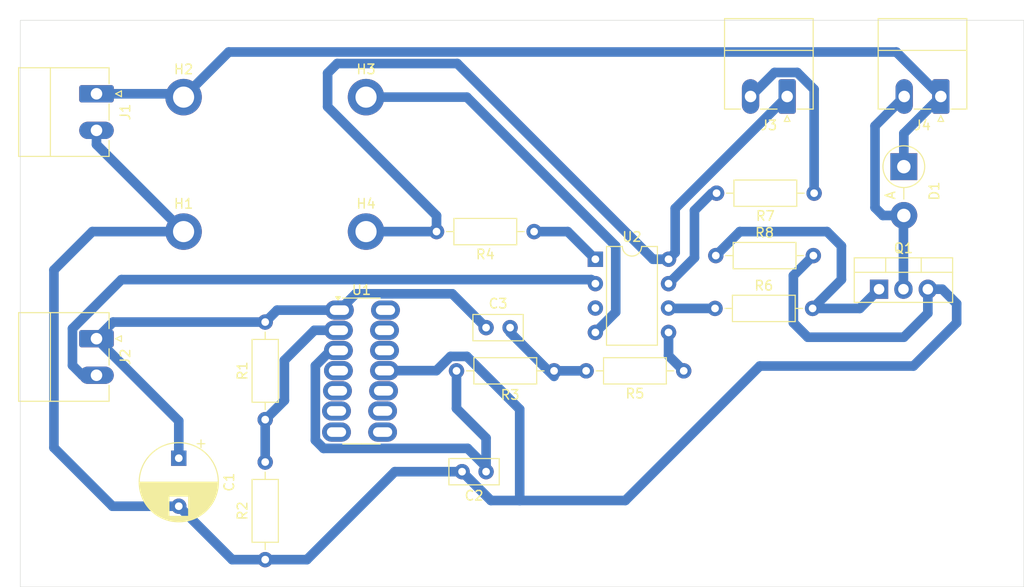
<source format=kicad_pcb>
(kicad_pcb (version 20240108) (generator "pcbnew") (generator_version "8.0")
  (layers (0 "F.Cu" signal) (31 "B.Cu" signal) (34 "B.Paste" user) (35 "F.Paste" user) (36 "B.SilkS" user "B.Silkscreen") (37 "F.SilkS" user "F.Silkscreen") (38 "B.Mask" user) (39 "F.Mask" user) (44 "Edge.Cuts" user))
  (net 0 "")
  (net 1 "Net-(D1-K)")
  (net 2 "GND")
  (net 3 "Net-(J2-Pin_1)")
  (net 4 "Net-(C3-Pad2)")
  (net 5 "Net-(D1-A)")
  (net 6 "Net-(J2-Pin_2)")
  (net 7 "Net-(J3-Pin_2)")
  (net 8 "Net-(J3-Pin_1)")
  (net 9 "Net-(Q1-G)")
  (net 10 "Net-(U2-~{RESET}{slash}PB5)")
  (net 11 "Net-(U2-AREF{slash}PB0)")
  (net 12 "Net-(U2-PB1)")
  (net 13 "Net-(U2-PB2)")
  (net 15 "Net-(U2-GND)")
  (net 16 "Net-(U1A-+)")
  (net 17 "Net-(U1A--)")
  (footprint "Package_DIP:DIP-8_W7.62mm" (layer "F.Cu") (at 137.38 91.88)
    (property "Reference" "U2" (at 3.81 -2.33 0) (layer "F.SilkS"))
    (property "Value" "ATtiny85V-10P")
    (fp_line (start 1.16 -1.33) (end 1.16 8.95) (stroke (width 0.12)) (layer "F.SilkS"))
    (fp_line (start 1.16 8.95) (end 6.46 8.95) (stroke (width 0.12)) (layer "F.SilkS"))
    (fp_line (start 2.81 -1.33) (end 1.16 -1.33) (stroke (width 0.12)) (layer "F.SilkS"))
    (fp_line (start 6.46 -1.33) (end 4.81 -1.33) (stroke (width 0.12)) (layer "F.SilkS"))
    (fp_line (start 6.46 8.95) (end 6.46 -1.33) (stroke (width 0.12)) (layer "F.SilkS"))
    (fp_arc (start 4.81 -1.33) (mid 3.81 -0.33) (end 2.81 -1.33) (stroke (width 0.12)) (layer "F.SilkS"))
    (pad "1" thru_hole rect (at 0 0) (size 1.6 1.6) (drill 0.8) (layers "*.Cu" "*.Mask") (net 10 "Net-(U2-~{RESET}{slash}PB5)"))
    (pad "2" thru_hole oval (at 0 2.54) (size 1.6 1.6) (drill 0.8) (layers "*.Cu" "*.Mask") (net 6 "Net-(J2-Pin_2)"))
    (pad "3" thru_hole oval (at 0 5.08) (size 1.6 1.6) (drill 0.8) (layers "*.Cu" "*.Mask"))
    (pad "4" thru_hole oval (at 0 7.62) (size 1.6 1.6) (drill 0.8) (layers "*.Cu" "*.Mask") (net 15 "Net-(U2-GND)"))
    (pad "5" thru_hole oval (at 7.62 7.62) (size 1.6 1.6) (drill 0.8) (layers "*.Cu" "*.Mask") (net 11 "Net-(U2-AREF{slash}PB0)"))
    (pad "6" thru_hole oval (at 7.62 5.08) (size 1.6 1.6) (drill 0.8) (layers "*.Cu" "*.Mask") (net 12 "Net-(U2-PB1)"))
    (pad "7" thru_hole oval (at 7.62 2.54) (size 1.6 1.6) (drill 0.8) (layers "*.Cu" "*.Mask") (net 13 "Net-(U2-PB2)"))
    (pad "8" thru_hole oval (at 7.62 0) (size 1.6 1.6) (drill 0.8) (layers "*.Cu" "*.Mask") (net 8 "Net-(J3-Pin_1)"))
  )
  (footprint "MountingHole:MountingHole_2.2mm_M2_DIN965_Pad" (layer "F.Cu") (at 113.5 89)
    (property "Reference" "H4" (at 0 -2.9 0) (layer "F.SilkS"))
    (property "Value" "MountingHole_Pad")
    (pad "1" thru_hole circle (at 0 0) (size 3.8 3.8) (drill 2.2) (layers "*.Cu" "*.Mask") (net 8 "Net-(J3-Pin_1)"))
  )
  (footprint "Connector_Phoenix_MC:PhoenixContact_MC_1,5_2-G-3.81_1x02_P3.81mm_Horizontal" (layer "F.Cu") (at 157.35 74.9325 180)
    (property "Reference" "J3" (at 1.9 -3 0) (layer "F.SilkS"))
    (property "Value" "Conn_01x02_Socket")
    (fp_line (start 6.52 8.11) (end 6.52 -1.31) (stroke (width 0.12)) (layer "F.SilkS"))
    (fp_line (start 6.52 -1.31) (end 4.86 -1.31) (stroke (width 0.12)) (layer "F.SilkS"))
    (fp_line (start 1.05 -1.31) (end 2.76 -1.31) (stroke (width 0.12)) (layer "F.SilkS"))
    (fp_line (start 0.3 -2.6) (end 0 -2) (stroke (width 0.12)) (layer "F.SilkS"))
    (fp_line (start 0 -2) (end -0.3 -2.6) (stroke (width 0.12)) (layer "F.SilkS"))
    (fp_line (start -0.3 -2.6) (end 0.3 -2.6) (stroke (width 0.12)) (layer "F.SilkS"))
    (fp_line (start -2.71 8.11) (end 6.52 8.11) (stroke (width 0.12)) (layer "F.SilkS"))
    (fp_line (start -2.71 4.8) (end 6.52 4.8) (stroke (width 0.12)) (layer "F.SilkS"))
    (fp_line (start -2.71 -1.31) (end -1.05 -1.31) (stroke (width 0.12)) (layer "F.SilkS"))
    (fp_line (start -2.71 -1.31) (end -2.71 8.11) (stroke (width 0.12)) (layer "F.SilkS"))
    (pad "1" thru_hole roundrect (at 0 0 180) (size 1.8 3.6) (drill 1.2) (layers "*.Cu" "*.Mask") (roundrect_rratio 0.138889) (net 8 "Net-(J3-Pin_1)"))
    (pad "2" thru_hole oval (at 3.81 0 180) (size 1.8 3.6) (drill 1.2) (layers "*.Cu" "*.Mask") (net 7 "Net-(J3-Pin_2)"))
  )
  (footprint "Diode_THT:D_5W_P5.08mm_Vertical_AnodeUp" (layer "F.Cu") (at 169.5 82.23995 -90)
    (property "Reference" "D1" (at 2.54 -3.174899 90) (layer "F.SilkS"))
    (property "Value" "D")
    (fp_line (start 2.174899 0) (end 3.38 0) (stroke (width 0.12)) (layer "F.SilkS"))
    (fp_circle (center 0 0) (end 2.174899 0) (stroke (width 0.12)) (fill none) (layer "F.SilkS"))
    (fp_text user "A" (at 2.98 1.4 90) (layer "F.SilkS"))
    (pad "1" thru_hole rect (at 0 0 270) (size 2.8 2.8) (drill 1.4) (layers "*.Cu" "*.Mask") (net 1 "Net-(D1-K)"))
    (pad "2" thru_hole oval (at 5.08 0 270) (size 2.8 2.8) (drill 1.4) (layers "*.Cu" "*.Mask") (net 5 "Net-(D1-A)"))
  )
  (footprint "Resistor_THT:R_Axial_DIN0207_L6.3mm_D2.5mm_P10.16mm_Horizontal" (layer "F.Cu") (at 103 108.58 90)
    (property "Reference" "R1" (at 5.08 -2.37 90) (layer "F.SilkS"))
    (property "Value" "10k")
    (fp_line (start 8.35 -1.37) (end 1.81 -1.37) (stroke (width 0.12)) (layer "F.SilkS"))
    (fp_line (start 1.81 -1.37) (end 1.81 1.37) (stroke (width 0.12)) (layer "F.SilkS"))
    (fp_line (start 9.12 0) (end 8.35 0) (stroke (width 0.12)) (layer "F.SilkS"))
    (fp_line (start 1.04 0) (end 1.81 0) (stroke (width 0.12)) (layer "F.SilkS"))
    (fp_line (start 8.35 1.37) (end 8.35 -1.37) (stroke (width 0.12)) (layer "F.SilkS"))
    (fp_line (start 1.81 1.37) (end 8.35 1.37) (stroke (width 0.12)) (layer "F.SilkS"))
    (pad "1" thru_hole circle (at 0 0 90) (size 1.6 1.6) (drill 0.8) (layers "*.Cu" "*.Mask") (net 17 "Net-(U1A--)"))
    (pad "2" thru_hole oval (at 10.16 0 90) (size 1.6 1.6) (drill 0.8) (layers "*.Cu" "*.Mask") (net 3 "Net-(J2-Pin_1)"))
  )
  (footprint "MountingHole:MountingHole_2.2mm_M2_DIN965_Pad" (layer "F.Cu") (at 94.5 89)
    (property "Reference" "H1" (at 0 -2.9 0) (layer "F.SilkS"))
    (property "Value" "MountingHole_Pad")
    (pad "1" thru_hole circle (at 0 0) (size 3.8 3.8) (drill 2.2) (layers "*.Cu" "*.Mask") (net 2 "GND"))
  )
  (footprint "Connector_Phoenix_MC:PhoenixContact_MC_1,5_2-G-3.81_1x02_P3.81mm_Horizontal" (layer "F.Cu") (at 85.4325 74.65 -90)
    (property "Reference" "J1" (at 1.9 -3 90) (layer "F.SilkS"))
    (property "Value" "Conn_01x02_Socket")
    (fp_line (start -2.71 8.11) (end 6.52 8.11) (stroke (width 0.12)) (layer "F.SilkS"))
    (fp_line (start 6.52 8.11) (end 6.52 -1.31) (stroke (width 0.12)) (layer "F.SilkS"))
    (fp_line (start -2.71 4.8) (end 6.52 4.8) (stroke (width 0.12)) (layer "F.SilkS"))
    (fp_line (start -2.71 -1.31) (end -2.71 8.11) (stroke (width 0.12)) (layer "F.SilkS"))
    (fp_line (start -2.71 -1.31) (end -1.05 -1.31) (stroke (width 0.12)) (layer "F.SilkS"))
    (fp_line (start 1.05 -1.31) (end 2.76 -1.31) (stroke (width 0.12)) (layer "F.SilkS"))
    (fp_line (start 6.52 -1.31) (end 4.86 -1.31) (stroke (width 0.12)) (layer "F.SilkS"))
    (fp_line (start 0 -2) (end -0.3 -2.6) (stroke (width 0.12)) (layer "F.SilkS"))
    (fp_line (start -0.3 -2.6) (end 0.3 -2.6) (stroke (width 0.12)) (layer "F.SilkS"))
    (fp_line (start 0.3 -2.6) (end 0 -2) (stroke (width 0.12)) (layer "F.SilkS"))
    (pad "1" thru_hole roundrect (at 0 0 270) (size 1.8 3.6) (drill 1.2) (layers "*.Cu" "*.Mask") (roundrect_rratio 0.138889) (net 1 "Net-(D1-K)"))
    (pad "2" thru_hole oval (at 3.81 0 270) (size 1.8 3.6) (drill 1.2) (layers "*.Cu" "*.Mask") (net 2 "GND"))
  )
  (footprint "Resistor_THT:R_Axial_DIN0207_L6.3mm_D2.5mm_P10.16mm_Horizontal" (layer "F.Cu") (at 146.58 103.5 180)
    (property "Reference" "R5" (at 5.08 -2.37 0) (layer "F.SilkS"))
    (property "Value" "10k")
    (fp_line (start 9.12 0) (end 8.35 0) (stroke (width 0.12)) (layer "F.SilkS"))
    (fp_line (start 8.35 1.37) (end 8.35 -1.37) (stroke (width 0.12)) (layer "F.SilkS"))
    (fp_line (start 8.35 -1.37) (end 1.81 -1.37) (stroke (width 0.12)) (layer "F.SilkS"))
    (fp_line (start 1.81 1.37) (end 8.35 1.37) (stroke (width 0.12)) (layer "F.SilkS"))
    (fp_line (start 1.81 -1.37) (end 1.81 1.37) (stroke (width 0.12)) (layer "F.SilkS"))
    (fp_line (start 1.04 0) (end 1.81 0) (stroke (width 0.12)) (layer "F.SilkS"))
    (pad "1" thru_hole circle (at 0 0 180) (size 1.6 1.6) (drill 0.8) (layers "*.Cu" "*.Mask") (net 11 "Net-(U2-AREF{slash}PB0)"))
    (pad "2" thru_hole oval (at 10.16 0 180) (size 1.6 1.6) (drill 0.8) (layers "*.Cu" "*.Mask") (net 4 "Net-(C3-Pad2)"))
  )
  (footprint "Package_SO:SOIC-14_3.9x8.7mm_P1.27mm" (layer "F.Cu") (at 113.025 106.6775)
    (property "Reference" "U1" (at 0 -11.6 0) (layer "F.SilkS"))
    (property "Value" "LM324A")
    (fp_line (start 0 -10.755) (end -1.95 -10.755) (stroke (width 0.12)) (layer "F.SilkS"))
    (fp_line (start 0 -10.755) (end 1.95 -10.755) (stroke (width 0.12)) (layer "F.SilkS"))
    (fp_line (start 0 4.435) (end -1.95 4.435) (stroke (width 0.12)) (layer "F.SilkS"))
    (fp_line (start 0 4.435) (end 1.95 4.435) (stroke (width 0.12)) (layer "F.SilkS"))
    (fp_poly (pts (xy -2.44 -10.57) (xy -2.68 -10.9) (xy -2.2 -10.9) (xy -2.44 -10.57)) (stroke (width 0.12)) (fill solid) (layer "F.SilkS"))
    (pad "1" thru_hole oval (at -2.3 -9.5) (size 3 2) (drill oval 2 1) (layers "*.Cu" "*.Mask") (net 3 "Net-(J2-Pin_1)"))
    (pad "2" thru_hole oval (at -2.4 -7.4) (size 3 2) (drill oval 2 1) (layers "*.Cu" "*.Mask") (net 17 "Net-(U1A--)"))
    (pad "3" thru_hole oval (at -2.4 -5.3) (size 3 2) (drill oval 2 1) (layers "*.Cu" "*.Mask") (net 16 "Net-(U1A-+)"))
    (pad "4" thru_hole oval (at -2.4 -3.2) (size 3 2) (drill oval 2 1) (layers "*.Cu" "*.Mask"))
    (pad "5" thru_hole oval (at -2.5 -1.1) (size 3 2) (drill oval 2 1) (layers "*.Cu" "*.Mask"))
    (pad "6" thru_hole oval (at -2.6 1) (size 3 2) (drill oval 2 1) (layers "*.Cu" "*.Mask"))
    (pad "7" thru_hole oval (at -2.6 3.2) (size 3 2) (drill oval 2 1) (layers "*.Cu" "*.Mask"))
    (pad "8" thru_hole oval (at 2.2 3.2) (size 3 2) (drill oval 2 1) (layers "*.Cu" "*.Mask"))
    (pad "9" thru_hole oval (at 2.2 1) (size 3 2) (drill oval 2 1) (layers "*.Cu" "*.Mask"))
    (pad "10" thru_hole oval (at 2.3 -1.1) (size 3 2) (drill oval 2 1) (layers "*.Cu" "*.Mask"))
    (pad "11" thru_hole oval (at 2.4 -3.2) (size 3 2) (drill oval 2 1) (layers "*.Cu" "*.Mask") (net 2 "GND"))
    (pad "12" thru_hole oval (at 2.4 -5.3) (size 3 2) (drill oval 2 1) (layers "*.Cu" "*.Mask"))
    (pad "13" thru_hole oval (at 2.4 -7.4) (size 3 2) (drill oval 2 1) (layers "*.Cu" "*.Mask"))
    (pad "14" thru_hole oval (at 2.5 -9.5) (size 3 2) (drill oval 2 1) (layers "*.Cu" "*.Mask"))
  )
  (footprint "Capacitor_THT:C_Disc_D5.0mm_W2.5mm_P2.50mm" (layer "F.Cu") (at 126 99)
    (property "Reference" "C3" (at 1.25 -2.5 0) (layer "F.SilkS"))
    (property "Value" "150n")
    (fp_line (start -1.37 -1.37) (end -1.37 1.37) (stroke (width 0.12)) (layer "F.SilkS"))
    (fp_line (start -1.37 -1.37) (end 3.87 -1.37) (stroke (width 0.12)) (layer "F.SilkS"))
    (fp_line (start -1.37 1.37) (end 3.87 1.37) (stroke (width 0.12)) (layer "F.SilkS"))
    (fp_line (start 3.87 -1.37) (end 3.87 1.37) (stroke (width 0.12)) (layer "F.SilkS"))
    (pad "1" thru_hole circle (at 0 0) (size 1.6 1.6) (drill 0.8) (layers "*.Cu" "*.Mask") (net 3 "Net-(J2-Pin_1)"))
    (pad "2" thru_hole circle (at 2.5 0) (size 1.6 1.6) (drill 0.8) (layers "*.Cu" "*.Mask") (net 4 "Net-(C3-Pad2)"))
  )
  (footprint "Capacitor_THT:CP_Radial_D8.0mm_P5.00mm" (layer "F.Cu") (at 94 112.597349 -90)
    (property "Reference" "C1" (at 2.5 -5.25 90) (layer "F.SilkS"))
    (property "Value" "100u")
    (fp_line (start 3.981 1.04) (end 3.981 3.805) (stroke (width 0.12)) (layer "F.SilkS"))
    (fp_line (start 4.021 1.04) (end 4.021 3.79) (stroke (width 0.12)) (layer "F.SilkS"))
    (fp_line (start 4.061 1.04) (end 4.061 3.774) (stroke (width 0.12)) (layer "F.SilkS"))
    (fp_line (start 4.101 1.04) (end 4.101 3.757) (stroke (width 0.12)) (layer "F.SilkS"))
    (fp_line (start 4.141 1.04) (end 4.141 3.74) (stroke (width 0.12)) (layer "F.SilkS"))
    (fp_line (start 4.181 1.04) (end 4.181 3.722) (stroke (width 0.12)) (layer "F.SilkS"))
    (fp_line (start 4.221 1.04) (end 4.221 3.704) (stroke (width 0.12)) (layer "F.SilkS"))
    (fp_line (start 4.261 1.04) (end 4.261 3.686) (stroke (width 0.12)) (layer "F.SilkS"))
    (fp_line (start 4.301 1.04) (end 4.301 3.666) (stroke (width 0.12)) (layer "F.SilkS"))
    (fp_line (start 4.341 1.04) (end 4.341 3.647) (stroke (width 0.12)) (layer "F.SilkS"))
    (fp_line (start 4.381 1.04) (end 4.381 3.627) (stroke (width 0.12)) (layer "F.SilkS"))
    (fp_line (start 4.421 1.04) (end 4.421 3.606) (stroke (width 0.12)) (layer "F.SilkS"))
    (fp_line (start 4.461 1.04) (end 4.461 3.584) (stroke (width 0.12)) (layer "F.SilkS"))
    (fp_line (start 4.501 1.04) (end 4.501 3.562) (stroke (width 0.12)) (layer "F.SilkS"))
    (fp_line (start 4.541 1.04) (end 4.541 3.54) (stroke (width 0.12)) (layer "F.SilkS"))
    (fp_line (start 4.581 1.04) (end 4.581 3.517) (stroke (width 0.12)) (layer "F.SilkS"))
    (fp_line (start 4.621 1.04) (end 4.621 3.493) (stroke (width 0.12)) (layer "F.SilkS"))
    (fp_line (start 4.661 1.04) (end 4.661 3.469) (stroke (width 0.12)) (layer "F.SilkS"))
    (fp_line (start 4.701 1.04) (end 4.701 3.444) (stroke (width 0.12)) (layer "F.SilkS"))
    (fp_line (start 4.741 1.04) (end 4.741 3.418) (stroke (width 0.12)) (layer "F.SilkS"))
    (fp_line (start 4.781 1.04) (end 4.781 3.392) (stroke (width 0.12)) (layer "F.SilkS"))
    (fp_line (start 4.821 1.04) (end 4.821 3.365) (stroke (width 0.12)) (layer "F.SilkS"))
    (fp_line (start 4.861 1.04) (end 4.861 3.338) (stroke (width 0.12)) (layer "F.SilkS"))
    (fp_line (start 4.901 1.04) (end 4.901 3.309) (stroke (width 0.12)) (layer "F.SilkS"))
    (fp_line (start 4.941 1.04) (end 4.941 3.28) (stroke (width 0.12)) (layer "F.SilkS"))
    (fp_line (start 4.981 1.04) (end 4.981 3.25) (stroke (width 0.12)) (layer "F.SilkS"))
    (fp_line (start 5.021 1.04) (end 5.021 3.22) (stroke (width 0.12)) (layer "F.SilkS"))
    (fp_line (start 5.061 1.04) (end 5.061 3.189) (stroke (width 0.12)) (layer "F.SilkS"))
    (fp_line (start 5.101 1.04) (end 5.101 3.156) (stroke (width 0.12)) (layer "F.SilkS"))
    (fp_line (start 5.141 1.04) (end 5.141 3.124) (stroke (width 0.12)) (layer "F.SilkS"))
    (fp_line (start 5.181 1.04) (end 5.181 3.09) (stroke (width 0.12)) (layer "F.SilkS"))
    (fp_line (start 5.221 1.04) (end 5.221 3.055) (stroke (width 0.12)) (layer "F.SilkS"))
    (fp_line (start 5.261 1.04) (end 5.261 3.019) (stroke (width 0.12)) (layer "F.SilkS"))
    (fp_line (start 5.301 1.04) (end 5.301 2.983) (stroke (width 0.12)) (layer "F.SilkS"))
    (fp_line (start 5.341 1.04) (end 5.341 2.945) (stroke (width 0.12)) (layer "F.SilkS"))
    (fp_line (start 5.381 1.04) (end 5.381 2.907) (stroke (width 0.12)) (layer "F.SilkS"))
    (fp_line (start 5.421 1.04) (end 5.421 2.867) (stroke (width 0.12)) (layer "F.SilkS"))
    (fp_line (start 5.461 1.04) (end 5.461 2.826) (stroke (width 0.12)) (layer "F.SilkS"))
    (fp_line (start 5.501 1.04) (end 5.501 2.784) (stroke (width 0.12)) (layer "F.SilkS"))
    (fp_line (start 5.541 1.04) (end 5.541 2.741) (stroke (width 0.12)) (layer "F.SilkS"))
    (fp_line (start 5.581 1.04) (end 5.581 2.697) (stroke (width 0.12)) (layer "F.SilkS"))
    (fp_line (start 5.621 1.04) (end 5.621 2.651) (stroke (width 0.12)) (layer "F.SilkS"))
    (fp_line (start 5.661 1.04) (end 5.661 2.604) (stroke (width 0.12)) (layer "F.SilkS"))
    (fp_line (start 5.701 1.04) (end 5.701 2.556) (stroke (width 0.12)) (layer "F.SilkS"))
    (fp_line (start 5.741 1.04) (end 5.741 2.505) (stroke (width 0.12)) (layer "F.SilkS"))
    (fp_line (start 5.781 1.04) (end 5.781 2.454) (stroke (width 0.12)) (layer "F.SilkS"))
    (fp_line (start 5.821 1.04) (end 5.821 2.4) (stroke (width 0.12)) (layer "F.SilkS"))
    (fp_line (start 5.861 1.04) (end 5.861 2.345) (stroke (width 0.12)) (layer "F.SilkS"))
    (fp_line (start 5.901 1.04) (end 5.901 2.287) (stroke (width 0.12)) (layer "F.SilkS"))
    (fp_line (start 5.941 1.04) (end 5.941 2.228) (stroke (width 0.12)) (layer "F.SilkS"))
    (fp_line (start 5.981 1.04) (end 5.981 2.166) (stroke (width 0.12)) (layer "F.SilkS"))
    (fp_line (start 6.021 1.04) (end 6.021 2.102) (stroke (width 0.12)) (layer "F.SilkS"))
    (fp_line (start 6.581 -0.533) (end 6.581 0.533) (stroke (width 0.12)) (layer "F.SilkS"))
    (fp_line (start 6.541 -0.768) (end 6.541 0.768) (stroke (width 0.12)) (layer "F.SilkS"))
    (fp_line (start 6.501 -0.948) (end 6.501 0.948) (stroke (width 0.12)) (layer "F.SilkS"))
    (fp_line (start 6.461 -1.098) (end 6.461 1.098) (stroke (width 0.12)) (layer "F.SilkS"))
    (fp_line (start 6.421 -1.229) (end 6.421 1.229) (stroke (width 0.12)) (layer "F.SilkS"))
    (fp_line (start 6.381 -1.346) (end 6.381 1.346) (stroke (width 0.12)) (layer "F.SilkS"))
    (fp_line (start 6.341 -1.453) (end 6.341 1.453) (stroke (width 0.12)) (layer "F.SilkS"))
    (fp_line (start 6.301 -1.552) (end 6.301 1.552) (stroke (width 0.12)) (layer "F.SilkS"))
    (fp_line (start 6.261 -1.645) (end 6.261 1.645) (stroke (width 0.12)) (layer "F.SilkS"))
    (fp_line (start 6.221 -1.731) (end 6.221 1.731) (stroke (width 0.12)) (layer "F.SilkS"))
    (fp_line (start 6.181 -1.813) (end 6.181 1.813) (stroke (width 0.12)) (layer "F.SilkS"))
    (fp_line (start 6.141 -1.89) (end 6.141 1.89) (stroke (width 0.12)) (layer "F.SilkS"))
    (fp_line (start 6.101 -1.964) (end 6.101 1.964) (stroke (width 0.12)) (layer "F.SilkS"))
    (fp_line (start 6.061 -2.034) (end 6.061 2.034) (stroke (width 0.12)) (layer "F.SilkS"))
    (fp_line (start 6.021 -2.102) (end 6.021 -1.04) (stroke (width 0.12)) (layer "F.SilkS"))
    (fp_line (start 5.981 -2.166) (end 5.981 -1.04) (stroke (width 0.12)) (layer "F.SilkS"))
    (fp_line (start 5.941 -2.228) (end 5.941 -1.04) (stroke (width 0.12)) (layer "F.SilkS"))
    (fp_line (start 5.901 -2.287) (end 5.901 -1.04) (stroke (width 0.12)) (layer "F.SilkS"))
    (fp_line (start -1.909698 -2.315) (end -1.109698 -2.315) (stroke (width 0.12)) (layer "F.SilkS"))
    (fp_line (start 5.861 -2.345) (end 5.861 -1.04) (stroke (width 0.12)) (layer "F.SilkS"))
    (fp_line (start 5.821 -2.4) (end 5.821 -1.04) (stroke (width 0.12)) (layer "F.SilkS"))
    (fp_line (start 5.781 -2.454) (end 5.781 -1.04) (stroke (width 0.12)) (layer "F.SilkS"))
    (fp_line (start 5.741 -2.505) (end 5.741 -1.04) (stroke (width 0.12)) (layer "F.SilkS"))
    (fp_line (start 5.701 -2.556) (end 5.701 -1.04) (stroke (width 0.12)) (layer "F.SilkS"))
    (fp_line (start 5.661 -2.604) (end 5.661 -1.04) (stroke (width 0.12)) (layer "F.SilkS"))
    (fp_line (start 5.621 -2.651) (end 5.621 -1.04) (stroke (width 0.12)) (layer "F.SilkS"))
    (fp_line (start 5.581 -2.697) (end 5.581 -1.04) (stroke (width 0.12)) (layer "F.SilkS"))
    (fp_line (start -1.509698 -2.715) (end -1.509698 -1.915) (stroke (width 0.12)) (layer "F.SilkS"))
    (fp_line (start 5.541 -2.741) (end 5.541 -1.04) (stroke (width 0.12)) (layer "F.SilkS"))
    (fp_line (start 5.501 -2.784) (end 5.501 -1.04) (stroke (width 0.12)) (layer "F.SilkS"))
    (fp_line (start 5.461 -2.826) (end 5.461 -1.04) (stroke (width 0.12)) (layer "F.SilkS"))
    (fp_line (start 5.421 -2.867) (end 5.421 -1.04) (stroke (width 0.12)) (layer "F.SilkS"))
    (fp_line (start 5.381 -2.907) (end 5.381 -1.04) (stroke (width 0.12)) (layer "F.SilkS"))
    (fp_line (start 5.341 -2.945) (end 5.341 -1.04) (stroke (width 0.12)) (layer "F.SilkS"))
    (fp_line (start 5.301 -2.983) (end 5.301 -1.04) (stroke (width 0.12)) (layer "F.SilkS"))
    (fp_line (start 5.261 -3.019) (end 5.261 -1.04) (stroke (width 0.12)) (layer "F.SilkS"))
    (fp_line (start 5.221 -3.055) (end 5.221 -1.04) (stroke (width 0.12)) (layer "F.SilkS"))
    (fp_line (start 5.181 -3.09) (end 5.181 -1.04) (stroke (width 0.12)) (layer "F.SilkS"))
    (fp_line (start 5.141 -3.124) (end 5.141 -1.04) (stroke (width 0.12)) (layer "F.SilkS"))
    (fp_line (start 5.101 -3.156) (end 5.101 -1.04) (stroke (width 0.12)) (layer "F.SilkS"))
    (fp_line (start 5.061 -3.189) (end 5.061 -1.04) (stroke (width 0.12)) (layer "F.SilkS"))
    (fp_line (start 5.021 -3.22) (end 5.021 -1.04) (stroke (width 0.12)) (layer "F.SilkS"))
    (fp_line (start 4.981 -3.25) (end 4.981 -1.04) (stroke (width 0.12)) (layer "F.SilkS"))
    (fp_line (start 4.941 -3.28) (end 4.941 -1.04) (stroke (width 0.12)) (layer "F.SilkS"))
    (fp_line (start 4.901 -3.309) (end 4.901 -1.04) (stroke (width 0.12)) (layer "F.SilkS"))
    (fp_line (start 4.861 -3.338) (end 4.861 -1.04) (stroke (width 0.12)) (layer "F.SilkS"))
    (fp_line (start 4.821 -3.365) (end 4.821 -1.04) (stroke (width 0.12)) (layer "F.SilkS"))
    (fp_line (start 4.781 -3.392) (end 4.781 -1.04) (stroke (width 0.12)) (layer "F.SilkS"))
    (fp_line (start 4.741 -3.418) (end 4.741 -1.04) (stroke (width 0.12)) (layer "F.SilkS"))
    (fp_line (start 4.701 -3.444) (end 4.701 -1.04) (stroke (width 0.12)) (layer "F.SilkS"))
    (fp_line (start 4.661 -3.469) (end 4.661 -1.04) (stroke (width 0.12)) (layer "F.SilkS"))
    (fp_line (start 4.621 -3.493) (end 4.621 -1.04) (stroke (width 0.12)) (layer "F.SilkS"))
    (fp_line (start 4.581 -3.517) (end 4.581 -1.04) (stroke (width 0.12)) (layer "F.SilkS"))
    (fp_line (start 4.541 -3.54) (end 4.541 -1.04) (stroke (width 0.12)) (layer "F.SilkS"))
    (fp_line (start 4.501 -3.562) (end 4.501 -1.04) (stroke (width 0.12)) (layer "F.SilkS"))
    (fp_line (start 4.461 -3.584) (end 4.461 -1.04) (stroke (width 0.12)) (layer "F.SilkS"))
    (fp_line (start 4.421 -3.606) (end 4.421 -1.04) (stroke (width 0.12)) (layer "F.SilkS"))
    (fp_line (start 4.381 -3.627) (end 4.381 -1.04) (stroke (width 0.12)) (layer "F.SilkS"))
    (fp_line (start 4.341 -3.647) (end 4.341 -1.04) (stroke (width 0.12)) (layer "F.SilkS"))
    (fp_line (start 4.301 -3.666) (end 4.301 -1.04) (stroke (width 0.12)) (layer "F.SilkS"))
    (fp_line (start 4.261 -3.686) (end 4.261 -1.04) (stroke (width 0.12)) (layer "F.SilkS"))
    (fp_line (start 4.221 -3.704) (end 4.221 -1.04) (stroke (width 0.12)) (layer "F.SilkS"))
    (fp_line (start 4.181 -3.722) (end 4.181 -1.04) (stroke (width 0.12)) (layer "F.SilkS"))
    (fp_line (start 4.141 -3.74) (end 4.141 -1.04) (stroke (width 0.12)) (layer "F.SilkS"))
    (fp_line (start 4.101 -3.757) (end 4.101 -1.04) (stroke (width 0.12)) (layer "F.SilkS"))
    (fp_line (start 4.061 -3.774) (end 4.061 -1.04) (stroke (width 0.12)) (layer "F.SilkS"))
    (fp_line (start 4.021 -3.79) (end 4.021 -1.04) (stroke (width 0.12)) (layer "F.SilkS"))
    (fp_line (start 3.981 -3.805) (end 3.981 -1.04) (stroke (width 0.12)) (layer "F.SilkS"))
    (fp_line (start 3.941 -3.821) (end 3.941 3.821) (stroke (width 0.12)) (layer "F.SilkS"))
    (fp_line (start 3.901 -3.835) (end 3.901 3.835) (stroke (width 0.12)) (layer "F.SilkS"))
    (fp_line (start 3.861 -3.85) (end 3.861 3.85) (stroke (width 0.12)) (layer "F.SilkS"))
    (fp_line (start 3.821 -3.863) (end 3.821 3.863) (stroke (width 0.12)) (layer "F.SilkS"))
    (fp_line (start 3.781 -3.877) (end 3.781 3.877) (stroke (width 0.12)) (layer "F.SilkS"))
    (fp_line (start 3.741 -3.889) (end 3.741 3.889) (stroke (width 0.12)) (layer "F.SilkS"))
    (fp_line (start 3.701 -3.902) (end 3.701 3.902) (stroke (width 0.12)) (layer "F.SilkS"))
    (fp_line (start 3.661 -3.914) (end 3.661 3.914) (stroke (width 0.12)) (layer "F.SilkS"))
    (fp_line (start 3.621 -3.925) (end 3.621 3.925) (stroke (width 0.12)) (layer "F.SilkS"))
    (fp_line (start 3.581 -3.936) (end 3.581 3.936) (stroke (width 0.12)) (layer "F.SilkS"))
    (fp_line (start 3.541 -3.947) (end 3.541 3.947) (stroke (width 0.12)) (layer "F.SilkS"))
    (fp_line (start 3.501 -3.957) (end 3.501 3.957) (stroke (width 0.12)) (layer "F.SilkS"))
    (fp_line (start 3.461 -3.967) (end 3.461 3.967) (stroke (width 0.12)) (layer "F.SilkS"))
    (fp_line (start 3.421 -3.976) (end 3.421 3.976) (stroke (width 0.12)) (layer "F.SilkS"))
    (fp_line (start 3.381 -3.985) (end 3.381 3.985) (stroke (width 0.12)) (layer "F.SilkS"))
    (fp_line (start 3.341 -3.994) (end 3.341 3.994) (stroke (width 0.12)) (layer "F.SilkS"))
    (fp_line (start 3.301 -4.002) (end 3.301 4.002) (stroke (width 0.12)) (layer "F.SilkS"))
    (fp_line (start 3.261 -4.01) (end 3.261 4.01) (stroke (width 0.12)) (layer "F.SilkS"))
    (fp_line (start 3.221 -4.017) (end 3.221 4.017) (stroke (width 0.12)) (layer "F.SilkS"))
    (fp_line (start 3.18 -4.024) (end 3.18 4.024) (stroke (width 0.12)) (layer "F.SilkS"))
    (fp_line (start 3.14 -4.03) (end 3.14 4.03) (stroke (width 0.12)) (layer "F.SilkS"))
    (fp_line (start 3.1 -4.037) (end 3.1 4.037) (stroke (width 0.12)) (layer "F.SilkS"))
    (fp_line (start 3.06 -4.042) (end 3.06 4.042) (stroke (width 0.12)) (layer "F.SilkS"))
    (fp_line (start 3.02 -4.048) (end 3.02 4.048) (stroke (width 0.12)) (layer "F.SilkS"))
    (fp_line (start 2.98 -4.052) (end 2.98 4.052) (stroke (width 0.12)) (layer "F.SilkS"))
    (fp_line (start 2.94 -4.057) (end 2.94 4.057) (stroke (width 0.12)) (layer "F.SilkS"))
    (fp_line (start 2.9 -4.061) (end 2.9 4.061) (stroke (width 0.12)) (layer "F.SilkS"))
    (fp_line (start 2.86 -4.065) (end 2.86 4.065) (stroke (width 0.12)) (layer "F.SilkS"))
    (fp_line (start 2.82 -4.068) (end 2.82 4.068) (stroke (width 0.12)) (layer "F.SilkS"))
    (fp_line (start 2.78 -4.071) (end 2.78 4.071) (stroke (width 0.12)) (layer "F.SilkS"))
    (fp_line (start 2.74 -4.074) (end 2.74 4.074) (stroke (width 0.12)) (layer "F.SilkS"))
    (fp_line (start 2.7 -4.076) (end 2.7 4.076) (stroke (width 0.12)) (layer "F.SilkS"))
    (fp_line (start 2.66 -4.077) (end 2.66 4.077) (stroke (width 0.12)) (layer "F.SilkS"))
    (fp_line (start 2.62 -4.079) (end 2.62 4.079) (stroke (width 0.12)) (layer "F.SilkS"))
    (fp_line (start 2.5 -4.08) (end 2.5 4.08) (stroke (width 0.12)) (layer "F.SilkS"))
    (fp_line (start 2.54 -4.08) (end 2.54 4.08) (stroke (width 0.12)) (layer "F.SilkS"))
    (fp_line (start 2.58 -4.08) (end 2.58 4.08) (stroke (width 0.12)) (layer "F.SilkS"))
    (fp_circle (center 2.5 0) (end 6.62 0) (stroke (width 0.12)) (fill none) (layer "F.SilkS"))
    (pad "1" thru_hole rect (at 0 0 270) (size 1.6 1.6) (drill 0.8) (layers "*.Cu" "*.Mask") (net 3 "Net-(J2-Pin_1)"))
    (pad "2" thru_hole circle (at 5 0 270) (size 1.6 1.6) (drill 0.8) (layers "*.Cu" "*.Mask") (net 2 "GND"))
  )
  (footprint "Resistor_THT:R_Axial_DIN0207_L6.3mm_D2.5mm_P10.16mm_Horizontal" (layer "F.Cu") (at 149.92 91.5)
    (property "Reference" "R8" (at 5.08 -2.37 0) (layer "F.SilkS"))
    (property "Value" "10k")
    (fp_line (start 1.04 0) (end 1.81 0) (stroke (width 0.12)) (layer "F.SilkS"))
    (fp_line (start 1.81 -1.37) (end 1.81 1.37) (stroke (width 0.12)) (layer "F.SilkS"))
    (fp_line (start 1.81 1.37) (end 8.35 1.37) (stroke (width 0.12)) (layer "F.SilkS"))
    (fp_line (start 8.35 -1.37) (end 1.81 -1.37) (stroke (width 0.12)) (layer "F.SilkS"))
    (fp_line (start 8.35 1.37) (end 8.35 -1.37) (stroke (width 0.12)) (layer "F.SilkS"))
    (fp_line (start 9.12 0) (end 8.35 0) (stroke (width 0.12)) (layer "F.SilkS"))
    (pad "1" thru_hole circle (at 0 0) (size 1.6 1.6) (drill 0.8) (layers "*.Cu" "*.Mask") (net 9 "Net-(Q1-G)"))
    (pad "2" thru_hole oval (at 10.16 0) (size 1.6 1.6) (drill 0.8) (layers "*.Cu" "*.Mask") (net 2 "GND"))
  )
  (footprint "Connector_Phoenix_MC:PhoenixContact_MC_1,5_2-G-3.81_1x02_P3.81mm_Horizontal" (layer "F.Cu") (at 173.35 74.9325 180)
    (property "Reference" "J4" (at 1.9 -3 0) (layer "F.SilkS"))
    (property "Value" "Conn_01x02_Socket")
    (fp_line (start 6.52 8.11) (end 6.52 -1.31) (stroke (width 0.12)) (layer "F.SilkS"))
    (fp_line (start 6.52 -1.31) (end 4.86 -1.31) (stroke (width 0.12)) (layer "F.SilkS"))
    (fp_line (start 1.05 -1.31) (end 2.76 -1.31) (stroke (width 0.12)) (layer "F.SilkS"))
    (fp_line (start 0.3 -2.6) (end 0 -2) (stroke (width 0.12)) (layer "F.SilkS"))
    (fp_line (start 0 -2) (end -0.3 -2.6) (stroke (width 0.12)) (layer "F.SilkS"))
    (fp_line (start -0.3 -2.6) (end 0.3 -2.6) (stroke (width 0.12)) (layer "F.SilkS"))
    (fp_line (start -2.71 8.11) (end 6.52 8.11) (stroke (width 0.12)) (layer "F.SilkS"))
    (fp_line (start -2.71 4.8) (end 6.52 4.8) (stroke (width 0.12)) (layer "F.SilkS"))
    (fp_line (start -2.71 -1.31) (end -1.05 -1.31) (stroke (width 0.12)) (layer "F.SilkS"))
    (fp_line (start -2.71 -1.31) (end -2.71 8.11) (stroke (width 0.12)) (layer "F.SilkS"))
    (pad "1" thru_hole roundrect (at 0 0 180) (size 1.8 3.6) (drill 1.2) (layers "*.Cu" "*.Mask") (roundrect_rratio 0.138889) (net 1 "Net-(D1-K)"))
    (pad "2" thru_hole oval (at 3.81 0 180) (size 1.8 3.6) (drill 1.2) (layers "*.Cu" "*.Mask") (net 5 "Net-(D1-A)"))
  )
  (footprint "Resistor_THT:R_Axial_DIN0207_L6.3mm_D2.5mm_P10.16mm_Horizontal" (layer "F.Cu") (at 133.08 103.5 180)
    (property "Reference" "R3" (at 4.58 -2.5 0) (layer "F.SilkS"))
    (property "Value" "10k")
    (fp_line (start 9.12 0) (end 8.35 0) (stroke (width 0.12)) (layer "F.SilkS"))
    (fp_line (start 8.35 1.37) (end 8.35 -1.37) (stroke (width 0.12)) (layer "F.SilkS"))
    (fp_line (start 8.35 -1.37) (end 1.81 -1.37) (stroke (width 0.12)) (layer "F.SilkS"))
    (fp_line (start 1.81 1.37) (end 8.35 1.37) (stroke (width 0.12)) (layer "F.SilkS"))
    (fp_line (start 1.81 -1.37) (end 1.81 1.37) (stroke (width 0.12)) (layer "F.SilkS"))
    (fp_line (start 1.04 0) (end 1.81 0) (stroke (width 0.12)) (layer "F.SilkS"))
    (pad "1" thru_hole circle (at 0 0 180) (size 1.6 1.6) (drill 0.8) (layers "*.Cu" "*.Mask") (net 4 "Net-(C3-Pad2)"))
    (pad "2" thru_hole oval (at 10.16 0 180) (size 1.6 1.6) (drill 0.8) (layers "*.Cu" "*.Mask") (net 16 "Net-(U1A-+)"))
  )
  (footprint "Capacitor_THT:C_Disc_D5.0mm_W2.5mm_P2.50mm" (layer "F.Cu") (at 126 114 180)
    (property "Reference" "C2" (at 1.25 -2.5 0) (layer "F.SilkS"))
    (property "Value" "150n")
    (fp_line (start 3.87 -1.37) (end 3.87 1.37) (stroke (width 0.12)) (layer "F.SilkS"))
    (fp_line (start -1.37 1.37) (end 3.87 1.37) (stroke (width 0.12)) (layer "F.SilkS"))
    (fp_line (start -1.37 -1.37) (end 3.87 -1.37) (stroke (width 0.12)) (layer "F.SilkS"))
    (fp_line (start -1.37 -1.37) (end -1.37 1.37) (stroke (width 0.12)) (layer "F.SilkS"))
    (pad "1" thru_hole circle (at 0 0 180) (size 1.6 1.6) (drill 0.8) (layers "*.Cu" "*.Mask") (net 16 "Net-(U1A-+)"))
    (pad "2" thru_hole circle (at 2.5 0 180) (size 1.6 1.6) (drill 0.8) (layers "*.Cu" "*.Mask") (net 2 "GND"))
  )
  (footprint "Package_TO_SOT_THT:TO-220-3_Vertical" (layer "F.Cu") (at 166.92 95)
    (property "Reference" "Q1" (at 2.54 -4.27 0) (layer "F.SilkS"))
    (property "Value" "IRF540N")
    (fp_line (start -2.58 -3.27) (end -2.58 1.371) (stroke (width 0.12)) (layer "F.SilkS"))
    (fp_line (start -2.58 -3.27) (end 7.66 -3.27) (stroke (width 0.12)) (layer "F.SilkS"))
    (fp_line (start -2.58 -1.76) (end 7.66 -1.76) (stroke (width 0.12)) (layer "F.SilkS"))
    (fp_line (start -2.58 1.371) (end 7.66 1.371) (stroke (width 0.12)) (layer "F.SilkS"))
    (fp_line (start 0.69 -3.27) (end 0.69 -1.76) (stroke (width 0.12)) (layer "F.SilkS"))
    (fp_line (start 4.391 -3.27) (end 4.391 -1.76) (stroke (width 0.12)) (layer "F.SilkS"))
    (fp_line (start 7.66 -3.27) (end 7.66 1.371) (stroke (width 0.12)) (layer "F.SilkS"))
    (pad "1" thru_hole rect (at 0 0) (size 1.905 2) (drill 1.1) (layers "*.Cu" "*.Mask") (net 9 "Net-(Q1-G)"))
    (pad "2" thru_hole oval (at 2.54 0) (size 1.905 2) (drill 1.1) (layers "*.Cu" "*.Mask") (net 5 "Net-(D1-A)"))
    (pad "3" thru_hole oval (at 5.08 0) (size 1.905 2) (drill 1.1) (layers "*.Cu" "*.Mask") (net 2 "GND"))
  )
  (footprint "MountingHole:MountingHole_2.2mm_M2_DIN965_Pad" (layer "F.Cu") (at 94.5 75)
    (property "Reference" "H2" (at 0 -2.9 0) (layer "F.SilkS"))
    (property "Value" "MountingHole_Pad")
    (pad "1" thru_hole circle (at 0 0) (size 3.8 3.8) (drill 2.2) (layers "*.Cu" "*.Mask") (net 1 "Net-(D1-K)"))
  )
  (footprint "Resistor_THT:R_Axial_DIN0207_L6.3mm_D2.5mm_P10.16mm_Horizontal" (layer "F.Cu") (at 103 123.16 90)
    (property "Reference" "R2" (at 5.08 -2.37 90) (layer "F.SilkS"))
    (property "Value" "10k")
    (fp_line (start 8.35 -1.37) (end 1.81 -1.37) (stroke (width 0.12)) (layer "F.SilkS"))
    (fp_line (start 1.81 -1.37) (end 1.81 1.37) (stroke (width 0.12)) (layer "F.SilkS"))
    (fp_line (start 9.12 0) (end 8.35 0) (stroke (width 0.12)) (layer "F.SilkS"))
    (fp_line (start 1.04 0) (end 1.81 0) (stroke (width 0.12)) (layer "F.SilkS"))
    (fp_line (start 8.35 1.37) (end 8.35 -1.37) (stroke (width 0.12)) (layer "F.SilkS"))
    (fp_line (start 1.81 1.37) (end 8.35 1.37) (stroke (width 0.12)) (layer "F.SilkS"))
    (pad "1" thru_hole circle (at 0 0 90) (size 1.6 1.6) (drill 0.8) (layers "*.Cu" "*.Mask") (net 2 "GND"))
    (pad "2" thru_hole oval (at 10.16 0 90) (size 1.6 1.6) (drill 0.8) (layers "*.Cu" "*.Mask") (net 17 "Net-(U1A--)"))
  )
  (footprint "Resistor_THT:R_Axial_DIN0207_L6.3mm_D2.5mm_P10.16mm_Horizontal" (layer "F.Cu") (at 149.84 97)
    (property "Reference" "R6" (at 5.08 -2.37 0) (layer "F.SilkS"))
    (property "Value" "22")
    (fp_line (start 1.04 0) (end 1.81 0) (stroke (width 0.12)) (layer "F.SilkS"))
    (fp_line (start 1.81 -1.37) (end 1.81 1.37) (stroke (width 0.12)) (layer "F.SilkS"))
    (fp_line (start 1.81 1.37) (end 8.35 1.37) (stroke (width 0.12)) (layer "F.SilkS"))
    (fp_line (start 8.35 -1.37) (end 1.81 -1.37) (stroke (width 0.12)) (layer "F.SilkS"))
    (fp_line (start 8.35 1.37) (end 8.35 -1.37) (stroke (width 0.12)) (layer "F.SilkS"))
    (fp_line (start 9.12 0) (end 8.35 0) (stroke (width 0.12)) (layer "F.SilkS"))
    (pad "1" thru_hole circle (at 0 0) (size 1.6 1.6) (drill 0.8) (layers "*.Cu" "*.Mask") (net 12 "Net-(U2-PB1)"))
    (pad "2" thru_hole oval (at 10.16 0) (size 1.6 1.6) (drill 0.8) (layers "*.Cu" "*.Mask") (net 9 "Net-(Q1-G)"))
  )
  (footprint "Resistor_THT:R_Axial_DIN0207_L6.3mm_D2.5mm_P10.16mm_Horizontal" (layer "F.Cu") (at 131 89 180)
    (property "Reference" "R4" (at 5.08 -2.37 0) (layer "F.SilkS"))
    (property "Value" "10k")
    (fp_line (start 9.12 0) (end 8.35 0) (stroke (width 0.12)) (layer "F.SilkS"))
    (fp_line (start 8.35 1.37) (end 8.35 -1.37) (stroke (width 0.12)) (layer "F.SilkS"))
    (fp_line (start 8.35 -1.37) (end 1.81 -1.37) (stroke (width 0.12)) (layer "F.SilkS"))
    (fp_line (start 1.81 1.37) (end 8.35 1.37) (stroke (width 0.12)) (layer "F.SilkS"))
    (fp_line (start 1.81 -1.37) (end 1.81 1.37) (stroke (width 0.12)) (layer "F.SilkS"))
    (fp_line (start 1.04 0) (end 1.81 0) (stroke (width 0.12)) (layer "F.SilkS"))
    (pad "1" thru_hole circle (at 0 0 180) (size 1.6 1.6) (drill 0.8) (layers "*.Cu" "*.Mask") (net 10 "Net-(U2-~{RESET}{slash}PB5)"))
    (pad "2" thru_hole oval (at 10.16 0 180) (size 1.6 1.6) (drill 0.8) (layers "*.Cu" "*.Mask") (net 8 "Net-(J3-Pin_1)"))
  )
  (footprint "MountingHole:MountingHole_2.2mm_M2_DIN965_Pad" (layer "F.Cu") (at 113.5 75)
    (property "Reference" "H3" (at 0 -2.9 0) (layer "F.SilkS"))
    (property "Value" "MountingHole_Pad")
    (pad "1" thru_hole circle (at 0 0) (size 3.8 3.8) (drill 2.2) (layers "*.Cu" "*.Mask") (net 15 "Net-(U2-GND)"))
  )
  (footprint "Resistor_THT:R_Axial_DIN0207_L6.3mm_D2.5mm_P10.16mm_Horizontal" (layer "F.Cu") (at 160.16 85 180)
    (property "Reference" "R7" (at 5.08 -2.37 0) (layer "F.SilkS"))
    (property "Value" "1k")
    (fp_line (start 9.12 0) (end 8.35 0) (stroke (width 0.12)) (layer "F.SilkS"))
    (fp_line (start 8.35 1.37) (end 8.35 -1.37) (stroke (width 0.12)) (layer "F.SilkS"))
    (fp_line (start 8.35 -1.37) (end 1.81 -1.37) (stroke (width 0.12)) (layer "F.SilkS"))
    (fp_line (start 1.81 1.37) (end 8.35 1.37) (stroke (width 0.12)) (layer "F.SilkS"))
    (fp_line (start 1.81 -1.37) (end 1.81 1.37) (stroke (width 0.12)) (layer "F.SilkS"))
    (fp_line (start 1.04 0) (end 1.81 0) (stroke (width 0.12)) (layer "F.SilkS"))
    (pad "1" thru_hole circle (at 0 0 180) (size 1.6 1.6) (drill 0.8) (layers "*.Cu" "*.Mask") (net 7 "Net-(J3-Pin_2)"))
    (pad "2" thru_hole oval (at 10.16 0 180) (size 1.6 1.6) (drill 0.8) (layers "*.Cu" "*.Mask") (net 13 "Net-(U2-PB2)"))
  )
  (footprint "Connector_Phoenix_MC:PhoenixContact_MC_1,5_2-G-3.81_1x02_P3.81mm_Horizontal" (layer "F.Cu") (at 85.4325 100.15 -90)
    (property "Reference" "J2" (at 1.9 -3 90) (layer "F.SilkS"))
    (property "Value" "Conn_01x02_Socket")
    (fp_line (start -2.71 8.11) (end 6.52 8.11) (stroke (width 0.12)) (layer "F.SilkS"))
    (fp_line (start 6.52 8.11) (end 6.52 -1.31) (stroke (width 0.12)) (layer "F.SilkS"))
    (fp_line (start -2.71 4.8) (end 6.52 4.8) (stroke (width 0.12)) (layer "F.SilkS"))
    (fp_line (start -2.71 -1.31) (end -2.71 8.11) (stroke (width 0.12)) (layer "F.SilkS"))
    (fp_line (start -2.71 -1.31) (end -1.05 -1.31) (stroke (width 0.12)) (layer "F.SilkS"))
    (fp_line (start 1.05 -1.31) (end 2.76 -1.31) (stroke (width 0.12)) (layer "F.SilkS"))
    (fp_line (start 6.52 -1.31) (end 4.86 -1.31) (stroke (width 0.12)) (layer "F.SilkS"))
    (fp_line (start 0 -2) (end -0.3 -2.6) (stroke (width 0.12)) (layer "F.SilkS"))
    (fp_line (start -0.3 -2.6) (end 0.3 -2.6) (stroke (width 0.12)) (layer "F.SilkS"))
    (fp_line (start 0.3 -2.6) (end 0 -2) (stroke (width 0.12)) (layer "F.SilkS"))
    (pad "1" thru_hole roundrect (at 0 0 270) (size 1.8 3.6) (drill 1.2) (layers "*.Cu" "*.Mask") (roundrect_rratio 0.138889) (net 3 "Net-(J2-Pin_1)"))
    (pad "2" thru_hole oval (at 3.81 0 270) (size 1.8 3.6) (drill 1.2) (layers "*.Cu" "*.Mask") (net 6 "Net-(J2-Pin_2)"))
  )
  (gr_rect (start 77.5 67) (end 182 126) (stroke (width 0.05)) (fill none) (layer "Edge.Cuts"))
  (segment (start 168.7175 70.3) (end 99.2 70.3) (width 1) (layer "B.Cu") (net 1))
  (segment (start 169.5 82.23995) (end 169.5 78.7825) (width 1) (layer "B.Cu") (net 1))
  (segment (start 85.4325 74.65) (end 94.15 74.65) (width 1) (layer "B.Cu") (net 1))
  (segment (start 173.35 74.9325) (end 168.7175 70.3) (width 1) (layer "B.Cu") (net 1))
  (segment (start 94.15 74.65) (end 94.5 75) (width 1) (layer "B.Cu") (net 1))
  (segment (start 169.5 78.7825) (end 173.35 74.9325) (width 1) (layer "B.Cu") (net 1))
  (segment (start 99.2 70.3) (end 94.5 75) (width 1) (layer "B.Cu") (net 1))
  (segment (start 126.5 117) (end 123.5 114) (width 1) (layer "B.Cu") (net 2))
  (segment (start 173.5 95) (end 175 96.5) (width 1) (layer "B.Cu") (net 2))
  (segment (start 122.298679 102) (end 124 102) (width 1) (layer "B.Cu") (net 2))
  (segment (start 129.5 117) (end 126.5 117) (width 1) (layer "B.Cu") (net 2))
  (segment (start 120.821179 103.4775) (end 122.298679 102) (width 1) (layer "B.Cu") (net 2))
  (segment (start 158 98.5) (end 159.5 100) (width 1) (layer "B.Cu") (net 2))
  (segment (start 124 102) (end 129.5 107.5) (width 1) (layer "B.Cu") (net 2))
  (segment (start 170.5 103) (end 154.5 103) (width 1) (layer "B.Cu") (net 2))
  (segment (start 107.34 123.16) (end 116.5 114) (width 1) (layer "B.Cu") (net 2))
  (segment (start 172 97.5) (end 172 95) (width 1) (layer "B.Cu") (net 2))
  (segment (start 87.097349 117.597349) (end 94 117.597349) (width 1) (layer "B.Cu") (net 2))
  (segment (start 85.4325 79.9325) (end 94.5 89) (width 1) (layer "B.Cu") (net 2))
  (segment (start 158 93.58) (end 158 98.5) (width 1) (layer "B.Cu") (net 2))
  (segment (start 107.34 123.16) (end 103 123.16) (width 1) (layer "B.Cu") (net 2))
  (segment (start 159.5 100) (end 169.5 100) (width 1) (layer "B.Cu") (net 2))
  (segment (start 175 96.5) (end 175 98.5) (width 1) (layer "B.Cu") (net 2))
  (segment (start 81 93) (end 81 111.5) (width 1) (layer "B.Cu") (net 2))
  (segment (start 81 111.5) (end 87.097349 117.597349) (width 1) (layer "B.Cu") (net 2))
  (segment (start 140.5 117) (end 129.5 117) (width 1) (layer "B.Cu") (net 2))
  (segment (start 169.5 100) (end 172 97.5) (width 1) (layer "B.Cu") (net 2))
  (segment (start 85 89) (end 81 93) (width 1) (layer "B.Cu") (net 2))
  (segment (start 85.4325 78.46) (end 85.4325 79.9325) (width 1) (layer "B.Cu") (net 2))
  (segment (start 103 123.16) (end 99.562651 123.16) (width 1) (layer "B.Cu") (net 2))
  (segment (start 154.5 103) (end 140.5 117) (width 1) (layer "B.Cu") (net 2))
  (segment (start 129.5 107.5) (end 129.5 117) (width 1) (layer "B.Cu") (net 2))
  (segment (start 160.08 91.5) (end 158 93.58) (width 1) (layer "B.Cu") (net 2))
  (segment (start 94.5 89) (end 85 89) (width 1) (layer "B.Cu") (net 2))
  (segment (start 175 98.5) (end 170.5 103) (width 1) (layer "B.Cu") (net 2))
  (segment (start 116.5 114) (end 123.5 114) (width 1) (layer "B.Cu") (net 2))
  (segment (start 115.425 103.4775) (end 120.821179 103.4775) (width 1) (layer "B.Cu") (net 2))
  (segment (start 172 95) (end 173.5 95) (width 1) (layer "B.Cu") (net 2))
  (segment (start 99.562651 123.16) (end 94 117.597349) (width 1) (layer "B.Cu") (net 2))
  (segment (start 103 98.42) (end 87.1625 98.42) (width 1) (layer "B.Cu") (net 3))
  (segment (start 122.4775 95.4775) (end 112.425 95.4775) (width 1) (layer "B.Cu") (net 3))
  (segment (start 104.2425 97.1775) (end 110.725 97.1775) (width 1) (layer "B.Cu") (net 3))
  (segment (start 103 98.42) (end 104.2425 97.1775) (width 1) (layer "B.Cu") (net 3))
  (segment (start 87.1625 98.42) (end 85.4325 100.15) (width 1) (layer "B.Cu") (net 3))
  (segment (start 112.425 95.4775) (end 110.725 97.1775) (width 1) (layer "B.Cu") (net 3))
  (segment (start 94 112.597349) (end 94 108.7175) (width 1) (layer "B.Cu") (net 3))
  (segment (start 94 108.7175) (end 85.4325 100.15) (width 1) (layer "B.Cu") (net 3))
  (segment (start 126 99) (end 122.4775 95.4775) (width 1) (layer "B.Cu") (net 3))
  (segment (start 128.5 99.5) (end 133.08 104.08) (width 1) (layer "B.Cu") (net 4))
  (segment (start 136.42 103.5) (end 133.08 103.5) (width 1) (layer "B.Cu") (net 4))
  (segment (start 128.5 99) (end 128.5 99.5) (width 1) (layer "B.Cu") (net 4))
  (segment (start 166.5 86.5) (end 167.31995 87.31995) (width 1) (layer "B.Cu") (net 5))
  (segment (start 169.54 74.96) (end 166.5 78) (width 1) (layer "B.Cu") (net 5))
  (segment (start 169.5 94.96) (end 169.46 95) (width 1) (layer "B.Cu") (net 5))
  (segment (start 169.46 87.35995) (end 169.5 87.31995) (width 1) (layer "B.Cu") (net 5))
  (segment (start 169.54 74.9325) (end 169.54 74.96) (width 1) (layer "B.Cu") (net 5))
  (segment (start 166.5 78) (end 166.5 86.5) (width 1) (layer "B.Cu") (net 5))
  (segment (start 169.46 95) (end 169.46 87.35995) (width 1) (layer "B.Cu") (net 5))
  (segment (start 167.31995 87.31995) (end 169.5 87.31995) (width 1) (layer "B.Cu") (net 5))
  (segment (start 136.96 94) (end 137.38 94.42) (width 1) (layer "B.Cu") (net 6))
  (segment (start 82.9325 102.9325) (end 82.9325 99.09957) (width 1) (layer "B.Cu") (net 6))
  (segment (start 88.03207 94) (end 136.96 94) (width 1) (layer "B.Cu") (net 6))
  (segment (start 83.96 103.96) (end 82.9325 102.9325) (width 1) (layer "B.Cu") (net 6))
  (segment (start 85.4325 103.96) (end 83.96 103.96) (width 1) (layer "B.Cu") (net 6))
  (segment (start 82.9325 99.09957) (end 88.03207 94) (width 1) (layer "B.Cu") (net 6))
  (segment (start 158.40043 72.4325) (end 156.04 72.4325) (width 1) (layer "B.Cu") (net 7))
  (segment (start 160.16 85) (end 160.16 74.19207) (width 1) (layer "B.Cu") (net 7))
  (segment (start 156.04 72.4325) (end 153.54 74.9325) (width 1) (layer "B.Cu") (net 7))
  (segment (start 160.16 74.19207) (end 158.40043 72.4325) (width 1) (layer "B.Cu") (net 7))
  (segment (start 145.69 86.5925) (end 145.69 91.19) (width 1) (layer "B.Cu") (net 8))
  (segment (start 109.5 72.5) (end 110.5 71.5) (width 1) (layer "B.Cu") (net 8))
  (segment (start 143.38 91.88) (end 145 91.88) (width 1) (layer "B.Cu") (net 8))
  (segment (start 145 91.88) (end 145.69 91.19) (width 1) (layer "B.Cu") (net 8))
  (segment (start 123 71.5) (end 143.38 91.88) (width 1) (layer "B.Cu") (net 8))
  (segment (start 109.5 76) (end 109.5 72.5) (width 1) (layer "B.Cu") (net 8))
  (segment (start 120.84 87.34) (end 109.5 76) (width 1) (layer "B.Cu") (net 8))
  (segment (start 157.35 74.9325) (end 145.69 86.5925) (width 1) (layer "B.Cu") (net 8))
  (segment (start 110.5 71.5) (end 123 71.5) (width 1) (layer "B.Cu") (net 8))
  (segment (start 120.84 89) (end 120.84 87.34) (width 1) (layer "B.Cu") (net 8))
  (segment (start 113.5 89) (end 120.84 89) (width 1) (layer "B.Cu") (net 8))
  (segment (start 161.5 89) (end 152.42 89) (width 1) (layer "B.Cu") (net 9))
  (segment (start 164.92 97) (end 166.92 95) (width 1) (layer "B.Cu") (net 9))
  (segment (start 160 97) (end 163 94) (width 1) (layer "B.Cu") (net 9))
  (segment (start 152.42 89) (end 149.92 91.5) (width 1) (layer "B.Cu") (net 9))
  (segment (start 163 90.5) (end 161.5 89) (width 1) (layer "B.Cu") (net 9))
  (segment (start 163 94) (end 163 90.5) (width 1) (layer "B.Cu") (net 9))
  (segment (start 160 97) (end 164.92 97) (width 1) (layer "B.Cu") (net 9))
  (segment (start 131 89) (end 134.5 89) (width 1) (layer "B.Cu") (net 10))
  (segment (start 134.5 89) (end 137.38 91.88) (width 1) (layer "B.Cu") (net 10))
  (segment (start 145 99.5) (end 145 101.92) (width 1) (layer "B.Cu") (net 11))
  (segment (start 145 101.92) (end 146.58 103.5) (width 1) (layer "B.Cu") (net 11))
  (segment (start 145.04 97) (end 145 96.96) (width 1) (layer "B.Cu") (net 12))
  (segment (start 149.84 97) (end 145.04 97) (width 1) (layer "B.Cu") (net 12))
  (segment (start 149.5 85) (end 147.7 86.8) (width 1) (layer "B.Cu") (net 13))
  (segment (start 147.7 86.8) (end 147.7 91.72) (width 1) (layer "B.Cu") (net 13))
  (segment (start 147.7 91.72) (end 145 94.42) (width 1) (layer "B.Cu") (net 13))
  (segment (start 139.5 90.5) (end 139.5 97.38) (width 1) (layer "B.Cu") (net 15))
  (segment (start 113.5 75) (end 124 75) (width 1) (layer "B.Cu") (net 15))
  (segment (start 139.5 97.38) (end 137.38 99.5) (width 1) (layer "B.Cu") (net 15))
  (segment (start 124 75) (end 139.5 90.5) (width 1) (layer "B.Cu") (net 15))
  (segment (start 122.92 103.5) (end 122.92 107.42) (width 1) (layer "B.Cu") (net 16))
  (segment (start 122.92 107.42) (end 126 110.5) (width 1) (layer "B.Cu") (net 16))
  (segment (start 108.225 102.973337) (end 109.820837 101.3775) (width 1) (layer "B.Cu") (net 16))
  (segment (start 109.820837 101.3775) (end 110.625 101.3775) (width 1) (layer "B.Cu") (net 16))
  (segment (start 108.225 110.725) (end 108.225 102.973337) (width 1) (layer "B.Cu") (net 16))
  (segment (start 126 114) (end 126 113.5) (width 1) (layer "B.Cu") (net 16))
  (segment (start 126 113.5) (end 124.0775 111.5775) (width 1) (layer "B.Cu") (net 16))
  (segment (start 126 110.5) (end 126 114) (width 1) (layer "B.Cu") (net 16))
  (segment (start 124.0775 111.5775) (end 109.0775 111.5775) (width 1) (layer "B.Cu") (net 16))
  (segment (start 109.0775 111.5775) (end 108.225 110.725) (width 1) (layer "B.Cu") (net 16))
  (segment (start 110.625 99.2775) (end 108.125 99.2775) (width 1) (layer "B.Cu") (net 17))
  (segment (start 105 106.58) (end 103 108.58) (width 1) (layer "B.Cu") (net 17))
  (segment (start 105 102.4025) (end 105 106.58) (width 1) (layer "B.Cu") (net 17))
  (segment (start 108.125 99.2775) (end 105 102.4025) (width 1) (layer "B.Cu") (net 17))
  (segment (start 103 113) (end 103 108.58) (width 1) (layer "B.Cu") (net 17))
)
</source>
